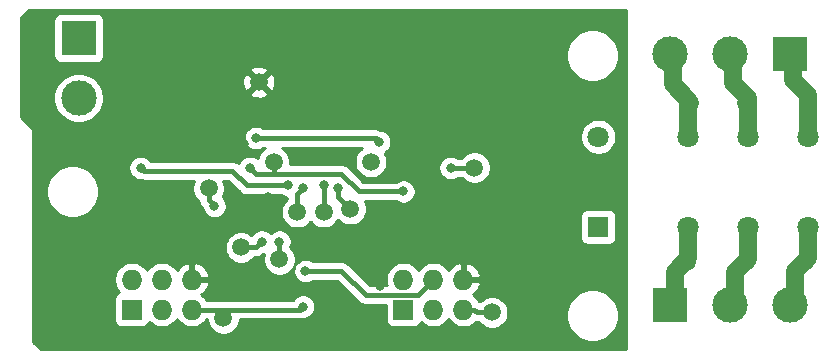
<source format=gbl>
G04 #@! TF.GenerationSoftware,KiCad,Pcbnew,6.0.9-8da3e8f707~116~ubuntu20.04.1*
G04 #@! TF.CreationDate,2023-05-05T17:22:20+00:00*
G04 #@! TF.ProjectId,LEC009002,4c454330-3039-4303-9032-2e6b69636164,rev?*
G04 #@! TF.SameCoordinates,Original*
G04 #@! TF.FileFunction,Copper,L2,Bot*
G04 #@! TF.FilePolarity,Positive*
%FSLAX46Y46*%
G04 Gerber Fmt 4.6, Leading zero omitted, Abs format (unit mm)*
G04 Created by KiCad (PCBNEW 6.0.9-8da3e8f707~116~ubuntu20.04.1) date 2023-05-05 17:22:20*
%MOMM*%
%LPD*%
G01*
G04 APERTURE LIST*
G04 #@! TA.AperFunction,ComponentPad*
%ADD10R,3.000000X3.000000*%
G04 #@! TD*
G04 #@! TA.AperFunction,ComponentPad*
%ADD11C,3.000000*%
G04 #@! TD*
G04 #@! TA.AperFunction,ComponentPad*
%ADD12C,1.800000*%
G04 #@! TD*
G04 #@! TA.AperFunction,ComponentPad*
%ADD13R,1.800000X1.800000*%
G04 #@! TD*
G04 #@! TA.AperFunction,ComponentPad*
%ADD14R,1.727200X1.727200*%
G04 #@! TD*
G04 #@! TA.AperFunction,ComponentPad*
%ADD15O,1.727200X1.727200*%
G04 #@! TD*
G04 #@! TA.AperFunction,SMDPad,CuDef*
%ADD16C,1.500000*%
G04 #@! TD*
G04 #@! TA.AperFunction,ViaPad*
%ADD17C,0.800000*%
G04 #@! TD*
G04 #@! TA.AperFunction,Conductor*
%ADD18C,0.400000*%
G04 #@! TD*
G04 #@! TA.AperFunction,Conductor*
%ADD19C,1.500000*%
G04 #@! TD*
G04 #@! TA.AperFunction,Conductor*
%ADD20C,0.254000*%
G04 #@! TD*
G04 APERTURE END LIST*
D10*
G04 #@! TO.P,J1,1*
G04 #@! TO.N,Net-(D1-Pad3)*
X51500000Y-24000000D03*
D11*
G04 #@! TO.P,J1,2*
G04 #@! TO.N,Net-(D1-Pad4)*
X51500000Y-29080000D03*
G04 #@! TD*
D10*
G04 #@! TO.P,J3,1*
G04 #@! TO.N,/T1*
X111760000Y-25400000D03*
D11*
G04 #@! TO.P,J3,2*
G04 #@! TO.N,/R1*
X106680000Y-25400000D03*
G04 #@! TO.P,J3,3*
G04 #@! TO.N,/C1*
X101600000Y-25400000D03*
G04 #@! TD*
D12*
G04 #@! TO.P,K1,1*
G04 #@! TO.N,+5V*
X95500000Y-32380000D03*
G04 #@! TO.P,K1,4*
G04 #@! TO.N,/C1*
X103120000Y-32380000D03*
G04 #@! TO.P,K1,6*
G04 #@! TO.N,/R1*
X108200000Y-32380000D03*
G04 #@! TO.P,K1,8*
G04 #@! TO.N,/T1*
X113280000Y-32380000D03*
G04 #@! TO.P,K1,9*
G04 #@! TO.N,/T2*
X113280000Y-40000000D03*
G04 #@! TO.P,K1,11*
G04 #@! TO.N,/R2*
X108200000Y-40000000D03*
G04 #@! TO.P,K1,13*
G04 #@! TO.N,/C2*
X103120000Y-40000000D03*
D13*
G04 #@! TO.P,K1,16*
G04 #@! TO.N,Net-(D3-Pad2)*
X95500000Y-40000000D03*
G04 #@! TD*
D14*
G04 #@! TO.P,J6,1*
G04 #@! TO.N,Net-(J6-Pad1)*
X56000000Y-47000000D03*
D15*
G04 #@! TO.P,J6,2*
G04 #@! TO.N,Net-(J6-Pad2)*
X56000000Y-44460000D03*
G04 #@! TO.P,J6,3*
G04 #@! TO.N,Net-(J6-Pad3)*
X58540000Y-47000000D03*
G04 #@! TO.P,J6,4*
G04 #@! TO.N,/IR_SENSOR_2*
X58540000Y-44460000D03*
G04 #@! TO.P,J6,5*
G04 #@! TO.N,/MODE_SENSOR_2*
X61080000Y-47000000D03*
G04 #@! TO.P,J6,6*
G04 #@! TO.N,GND*
X61080000Y-44460000D03*
G04 #@! TD*
D14*
G04 #@! TO.P,J5,1*
G04 #@! TO.N,Net-(J5-Pad1)*
X79000000Y-47000000D03*
D15*
G04 #@! TO.P,J5,2*
G04 #@! TO.N,Net-(J5-Pad2)*
X79000000Y-44460000D03*
G04 #@! TO.P,J5,3*
G04 #@! TO.N,Net-(J5-Pad3)*
X81540000Y-47000000D03*
G04 #@! TO.P,J5,4*
G04 #@! TO.N,/IR_SENSOR*
X81540000Y-44460000D03*
G04 #@! TO.P,J5,5*
G04 #@! TO.N,/MODE_SENSOR_1*
X84080000Y-47000000D03*
G04 #@! TO.P,J5,6*
G04 #@! TO.N,GND*
X84080000Y-44460000D03*
G04 #@! TD*
D10*
G04 #@! TO.P,J4,1*
G04 #@! TO.N,/C2*
X101600000Y-46609000D03*
D11*
G04 #@! TO.P,J4,2*
G04 #@! TO.N,/R2*
X106680000Y-46609000D03*
G04 #@! TO.P,J4,3*
G04 #@! TO.N,/T2*
X111760000Y-46609000D03*
G04 #@! TD*
D16*
G04 #@! TO.P,TP5,1*
G04 #@! TO.N,/MODE_SENSOR_2*
X63750000Y-47750000D03*
G04 #@! TD*
G04 #@! TO.P,TP6,1*
G04 #@! TO.N,/R1*
X108000000Y-29500000D03*
G04 #@! TD*
G04 #@! TO.P,TP7,1*
G04 #@! TO.N,/C1*
X103250000Y-29500000D03*
G04 #@! TD*
G04 #@! TO.P,TP8,1*
G04 #@! TO.N,/T1*
X113250000Y-29500000D03*
G04 #@! TD*
G04 #@! TO.P,TP9,1*
G04 #@! TO.N,/R2*
X108000000Y-43000000D03*
G04 #@! TD*
G04 #@! TO.P,TP10,1*
G04 #@! TO.N,/C2*
X103000000Y-43000000D03*
G04 #@! TD*
G04 #@! TO.P,TP11,1*
G04 #@! TO.N,/IR_SENSOR*
X85000000Y-35000000D03*
G04 #@! TD*
G04 #@! TO.P,TP13,1*
G04 #@! TO.N,/T2*
X113000000Y-43000000D03*
G04 #@! TD*
G04 #@! TO.P,TP14,1*
G04 #@! TO.N,+5V*
X76250000Y-34500000D03*
G04 #@! TD*
G04 #@! TO.P,TP15,1*
G04 #@! TO.N,GND*
X66750000Y-27750000D03*
G04 #@! TD*
G04 #@! TO.P,TP12,1*
G04 #@! TO.N,/IR_SENSOR_2*
X62500000Y-36750000D03*
G04 #@! TD*
G04 #@! TO.P,TP1,1*
G04 #@! TO.N,Net-(TP1-Pad1)*
X74500000Y-38500000D03*
G04 #@! TD*
G04 #@! TO.P,TP2,1*
G04 #@! TO.N,Net-(TP2-Pad1)*
X72250000Y-38750000D03*
G04 #@! TD*
G04 #@! TO.P,TP3,1*
G04 #@! TO.N,/MODE_SENSOR_1*
X86500000Y-47250000D03*
G04 #@! TD*
G04 #@! TO.P,TP4,1*
G04 #@! TO.N,/nRS*
X70000000Y-38750000D03*
G04 #@! TD*
G04 #@! TO.P,TP16,1*
G04 #@! TO.N,/SCK*
X68500000Y-42750000D03*
G04 #@! TD*
G04 #@! TO.P,TP17,1*
G04 #@! TO.N,/MISO*
X65250000Y-41750000D03*
G04 #@! TD*
G04 #@! TO.P,TP18,1*
G04 #@! TO.N,/MOSI-IR_LED*
X68000000Y-34500000D03*
G04 #@! TD*
D17*
G04 #@! TO.N,GND*
X77500000Y-25000000D03*
X88250000Y-41250000D03*
X88000000Y-44000000D03*
X70000000Y-27500000D03*
X92500000Y-30000000D03*
X55000000Y-50000000D03*
X95000000Y-30000000D03*
X85000000Y-22500000D03*
X65000000Y-25000000D03*
X77500000Y-27500000D03*
X64250000Y-45750000D03*
X72500000Y-47500000D03*
X90000000Y-25000000D03*
X50000000Y-32500000D03*
X57500000Y-50000000D03*
X90000000Y-30750000D03*
X52500000Y-50000000D03*
X77500000Y-22500000D03*
X52500000Y-47500000D03*
X82500000Y-22500000D03*
X64500000Y-38750000D03*
X55000000Y-35000000D03*
X77000000Y-31000000D03*
X55000000Y-37500000D03*
X80000000Y-22500000D03*
X77750000Y-42250000D03*
X67500000Y-50000000D03*
X55000000Y-42500000D03*
X80000000Y-25000000D03*
X70000000Y-50000000D03*
X75000000Y-25000000D03*
X65000000Y-45000000D03*
X95000000Y-37500000D03*
X78000000Y-31000000D03*
X65000000Y-50000000D03*
X67500000Y-45000000D03*
X77000000Y-47000000D03*
X88000000Y-46000000D03*
X82500000Y-25000000D03*
X60000000Y-27500000D03*
X60000000Y-25000000D03*
X72750000Y-42500000D03*
X90000000Y-22500000D03*
X95000000Y-35000000D03*
X88250000Y-47750000D03*
X62000000Y-42250000D03*
X52500000Y-32500000D03*
X82500000Y-42500000D03*
X87000000Y-34000000D03*
X80000000Y-27500000D03*
X60000000Y-50000000D03*
X62500000Y-25000000D03*
X85250000Y-31500000D03*
X60000000Y-30000000D03*
X95000000Y-42500000D03*
X85000000Y-27500000D03*
X87000000Y-38750000D03*
X67500000Y-37500000D03*
X92500000Y-22500000D03*
X65500000Y-33000000D03*
X55000000Y-32500000D03*
X50000000Y-42500000D03*
X64500000Y-40000000D03*
X90000000Y-50000000D03*
X52500000Y-45000000D03*
X50000000Y-50000000D03*
X63500000Y-41000000D03*
X57500000Y-25000000D03*
X73250000Y-45000000D03*
X75000000Y-22500000D03*
X85000000Y-25000000D03*
X72500000Y-25000000D03*
X62500000Y-50000000D03*
X55000000Y-40000000D03*
X52500000Y-42500000D03*
X70000000Y-25000000D03*
X75000000Y-42250000D03*
X75000000Y-47000000D03*
X77000000Y-45000000D03*
X77500000Y-30000000D03*
X87500000Y-32500000D03*
X86000000Y-37000000D03*
X65000000Y-27500000D03*
X85000000Y-42500000D03*
X75000000Y-27500000D03*
X65000000Y-37500000D03*
X90000000Y-27500000D03*
G04 #@! TO.N,+5V*
X76500000Y-34500000D03*
X66500000Y-32500000D03*
X76950000Y-32800000D03*
G04 #@! TO.N,/MOSI-IR_LED*
X66000000Y-35000000D03*
X79000000Y-37000000D03*
G04 #@! TO.N,/IR_SENSOR*
X83000000Y-35000000D03*
X70700000Y-43750000D03*
G04 #@! TO.N,/nRS*
X70500000Y-36750000D03*
G04 #@! TO.N,/SCK*
X68500000Y-41250000D03*
G04 #@! TO.N,/MISO*
X67000000Y-41250000D03*
G04 #@! TO.N,/MODE_SENSOR_2*
X70500000Y-46750000D03*
G04 #@! TO.N,/IR_SENSOR_2*
X63000000Y-38250000D03*
G04 #@! TO.N,/IR_LED_2*
X69250000Y-36500000D03*
X56750000Y-35000000D03*
G04 #@! TO.N,Net-(TP1-Pad1)*
X73500000Y-36750000D03*
G04 #@! TO.N,Net-(TP2-Pad1)*
X72250000Y-36500000D03*
G04 #@! TD*
D18*
G04 #@! TO.N,+5V*
X66500000Y-32500000D02*
X76650000Y-32500000D01*
X76650000Y-32500000D02*
X76950000Y-32800000D01*
G04 #@! TO.N,/MOSI-IR_LED*
X73750000Y-35500000D02*
X75250000Y-37000000D01*
X75250000Y-37000000D02*
X79000000Y-37000000D01*
X68000000Y-35500000D02*
X73750000Y-35500000D01*
X68000000Y-34500000D02*
X68000000Y-35500000D01*
X66500000Y-35500000D02*
X68000000Y-35500000D01*
X66000000Y-35000000D02*
X66500000Y-35500000D01*
D19*
G04 #@! TO.N,/C1*
X103120000Y-29220000D02*
X101840000Y-27940000D01*
X101840000Y-25000000D02*
X101840000Y-27940000D01*
X103120000Y-32380000D02*
X103120000Y-29220000D01*
G04 #@! TO.N,/R1*
X108200000Y-32380000D02*
X108200000Y-29100000D01*
X106920000Y-25000000D02*
X106920000Y-27820000D01*
X108200000Y-29100000D02*
X106920000Y-27820000D01*
G04 #@! TO.N,/T1*
X113280000Y-32380000D02*
X113280000Y-28880000D01*
X113280000Y-28880000D02*
X112000000Y-27600000D01*
X112000000Y-25000000D02*
X112000000Y-27600000D01*
G04 #@! TO.N,/T2*
X113280000Y-42620000D02*
X112160000Y-43740000D01*
X112160000Y-47000000D02*
X112160000Y-43740000D01*
X113280000Y-40000000D02*
X113280000Y-42620000D01*
G04 #@! TO.N,/R2*
X107080000Y-47000000D02*
X107080000Y-43820000D01*
X108200000Y-40000000D02*
X108200000Y-42700000D01*
X108200000Y-42700000D02*
X107080000Y-43820000D01*
G04 #@! TO.N,/C2*
X103120000Y-40000000D02*
X103120000Y-42680000D01*
X103120000Y-42680000D02*
X102000000Y-43800000D01*
X102000000Y-47000000D02*
X102000000Y-43800000D01*
D18*
G04 #@! TO.N,/IR_SENSOR*
X77816399Y-45736399D02*
X80263601Y-45736399D01*
X85000000Y-35000000D02*
X83000000Y-35000000D01*
X77752797Y-45800001D02*
X75800001Y-45800001D01*
X73750000Y-43750000D02*
X70700000Y-43750000D01*
X77752797Y-45800001D02*
X77816399Y-45736399D01*
X80263601Y-45736399D02*
X81500000Y-44500000D01*
X75800001Y-45800001D02*
X73750000Y-43750000D01*
G04 #@! TO.N,/nRS*
X70000000Y-37250000D02*
X70500000Y-36750000D01*
X70000000Y-38750000D02*
X70000000Y-37250000D01*
G04 #@! TO.N,/SCK*
X68500000Y-41250000D02*
X68500000Y-42750000D01*
G04 #@! TO.N,/MISO*
X65250000Y-41750000D02*
X66500000Y-41750000D01*
X66500000Y-41750000D02*
X67000000Y-41250000D01*
G04 #@! TO.N,/MODE_SENSOR_1*
X85000000Y-47000000D02*
X85250000Y-47250000D01*
X84080000Y-47000000D02*
X85000000Y-47000000D01*
X86500000Y-47250000D02*
X85250000Y-47250000D01*
G04 #@! TO.N,/MODE_SENSOR_2*
X63250000Y-47000000D02*
X70250000Y-47000000D01*
X63750000Y-47750000D02*
X63750000Y-47500000D01*
X70250000Y-47000000D02*
X70500000Y-46750000D01*
X63750000Y-47500000D02*
X63250000Y-47000000D01*
X61080000Y-47000000D02*
X63250000Y-47000000D01*
G04 #@! TO.N,/IR_SENSOR_2*
X62500000Y-36750000D02*
X62500000Y-37750000D01*
X62500000Y-37750000D02*
X63000000Y-38250000D01*
G04 #@! TO.N,/IR_LED_2*
X64500000Y-35250000D02*
X57000000Y-35250000D01*
X57000000Y-35250000D02*
X56750000Y-35000000D01*
X65750000Y-36500000D02*
X64500000Y-35250000D01*
X69250000Y-36500000D02*
X65750000Y-36500000D01*
G04 #@! TO.N,Net-(TP1-Pad1)*
X73500000Y-37500000D02*
X74500000Y-38500000D01*
X73500000Y-36750000D02*
X73500000Y-37500000D01*
G04 #@! TO.N,Net-(TP2-Pad1)*
X72250000Y-36500000D02*
X72250000Y-38750000D01*
G04 #@! TD*
G04 #@! TO.N,GND*
D20*
X97873000Y-50340000D02*
X48273381Y-50340000D01*
X47660000Y-49726620D01*
X47660000Y-46136400D01*
X54498328Y-46136400D01*
X54498328Y-47863600D01*
X54510588Y-47988082D01*
X54546898Y-48107780D01*
X54605863Y-48218094D01*
X54685215Y-48314785D01*
X54781906Y-48394137D01*
X54892220Y-48453102D01*
X55011918Y-48489412D01*
X55136400Y-48501672D01*
X56863600Y-48501672D01*
X56988082Y-48489412D01*
X57107780Y-48453102D01*
X57218094Y-48394137D01*
X57314785Y-48314785D01*
X57394137Y-48218094D01*
X57453102Y-48107780D01*
X57470636Y-48049977D01*
X57584698Y-48164039D01*
X57830147Y-48328042D01*
X58102875Y-48441010D01*
X58392401Y-48498600D01*
X58687599Y-48498600D01*
X58977125Y-48441010D01*
X59249853Y-48328042D01*
X59495302Y-48164039D01*
X59704039Y-47955302D01*
X59810000Y-47796719D01*
X59915961Y-47955302D01*
X60124698Y-48164039D01*
X60370147Y-48328042D01*
X60642875Y-48441010D01*
X60932401Y-48498600D01*
X61227599Y-48498600D01*
X61517125Y-48441010D01*
X61789853Y-48328042D01*
X62035302Y-48164039D01*
X62244039Y-47955302D01*
X62324422Y-47835000D01*
X62365000Y-47835000D01*
X62365000Y-47886411D01*
X62418225Y-48153989D01*
X62522629Y-48406043D01*
X62674201Y-48632886D01*
X62867114Y-48825799D01*
X63093957Y-48977371D01*
X63346011Y-49081775D01*
X63613589Y-49135000D01*
X63886411Y-49135000D01*
X64153989Y-49081775D01*
X64406043Y-48977371D01*
X64632886Y-48825799D01*
X64825799Y-48632886D01*
X64977371Y-48406043D01*
X65081775Y-48153989D01*
X65135000Y-47886411D01*
X65135000Y-47835000D01*
X70208982Y-47835000D01*
X70250000Y-47839040D01*
X70291018Y-47835000D01*
X70291019Y-47835000D01*
X70413689Y-47822918D01*
X70538688Y-47785000D01*
X70601939Y-47785000D01*
X70801898Y-47745226D01*
X70990256Y-47667205D01*
X71159774Y-47553937D01*
X71303937Y-47409774D01*
X71417205Y-47240256D01*
X71495226Y-47051898D01*
X71535000Y-46851939D01*
X71535000Y-46648061D01*
X71495226Y-46448102D01*
X71417205Y-46259744D01*
X71303937Y-46090226D01*
X71159774Y-45946063D01*
X70990256Y-45832795D01*
X70801898Y-45754774D01*
X70601939Y-45715000D01*
X70398061Y-45715000D01*
X70198102Y-45754774D01*
X70009744Y-45832795D01*
X69840226Y-45946063D01*
X69696063Y-46090226D01*
X69646101Y-46165000D01*
X63291018Y-46165000D01*
X63250000Y-46160960D01*
X63208982Y-46165000D01*
X62324422Y-46165000D01*
X62244039Y-46044698D01*
X62035302Y-45835961D01*
X61874187Y-45728308D01*
X62090293Y-45566854D01*
X62286817Y-45348488D01*
X62436964Y-45095978D01*
X62534963Y-44819027D01*
X62414464Y-44587000D01*
X61207000Y-44587000D01*
X61207000Y-44607000D01*
X60953000Y-44607000D01*
X60953000Y-44587000D01*
X60933000Y-44587000D01*
X60933000Y-44333000D01*
X60953000Y-44333000D01*
X60953000Y-43126183D01*
X61207000Y-43126183D01*
X61207000Y-44333000D01*
X62414464Y-44333000D01*
X62534963Y-44100973D01*
X62436964Y-43824022D01*
X62286817Y-43571512D01*
X62090293Y-43353146D01*
X61854944Y-43177316D01*
X61589814Y-43050778D01*
X61439026Y-43005042D01*
X61207000Y-43126183D01*
X60953000Y-43126183D01*
X60720974Y-43005042D01*
X60570186Y-43050778D01*
X60305056Y-43177316D01*
X60069707Y-43353146D01*
X59873183Y-43571512D01*
X59814559Y-43670103D01*
X59704039Y-43504698D01*
X59495302Y-43295961D01*
X59249853Y-43131958D01*
X58977125Y-43018990D01*
X58687599Y-42961400D01*
X58392401Y-42961400D01*
X58102875Y-43018990D01*
X57830147Y-43131958D01*
X57584698Y-43295961D01*
X57375961Y-43504698D01*
X57270000Y-43663281D01*
X57164039Y-43504698D01*
X56955302Y-43295961D01*
X56709853Y-43131958D01*
X56437125Y-43018990D01*
X56147599Y-42961400D01*
X55852401Y-42961400D01*
X55562875Y-43018990D01*
X55290147Y-43131958D01*
X55044698Y-43295961D01*
X54835961Y-43504698D01*
X54671958Y-43750147D01*
X54558990Y-44022875D01*
X54501400Y-44312401D01*
X54501400Y-44607599D01*
X54558990Y-44897125D01*
X54671958Y-45169853D01*
X54835961Y-45415302D01*
X54950023Y-45529364D01*
X54892220Y-45546898D01*
X54781906Y-45605863D01*
X54685215Y-45685215D01*
X54605863Y-45781906D01*
X54546898Y-45892220D01*
X54510588Y-46011918D01*
X54498328Y-46136400D01*
X47660000Y-46136400D01*
X47660000Y-41613589D01*
X63865000Y-41613589D01*
X63865000Y-41886411D01*
X63918225Y-42153989D01*
X64022629Y-42406043D01*
X64174201Y-42632886D01*
X64367114Y-42825799D01*
X64593957Y-42977371D01*
X64846011Y-43081775D01*
X65113589Y-43135000D01*
X65386411Y-43135000D01*
X65653989Y-43081775D01*
X65906043Y-42977371D01*
X66132886Y-42825799D01*
X66325799Y-42632886D01*
X66357795Y-42585000D01*
X66458982Y-42585000D01*
X66500000Y-42589040D01*
X66541018Y-42585000D01*
X66541019Y-42585000D01*
X66663689Y-42572918D01*
X66821087Y-42525172D01*
X66966146Y-42447636D01*
X67093291Y-42343291D01*
X67119445Y-42311422D01*
X67156775Y-42274093D01*
X67201717Y-42265153D01*
X67168225Y-42346011D01*
X67115000Y-42613589D01*
X67115000Y-42886411D01*
X67168225Y-43153989D01*
X67272629Y-43406043D01*
X67424201Y-43632886D01*
X67617114Y-43825799D01*
X67843957Y-43977371D01*
X68096011Y-44081775D01*
X68363589Y-44135000D01*
X68636411Y-44135000D01*
X68903989Y-44081775D01*
X69156043Y-43977371D01*
X69382886Y-43825799D01*
X69575799Y-43632886D01*
X69713754Y-43426422D01*
X69704774Y-43448102D01*
X69665000Y-43648061D01*
X69665000Y-43851939D01*
X69704774Y-44051898D01*
X69782795Y-44240256D01*
X69896063Y-44409774D01*
X70040226Y-44553937D01*
X70209744Y-44667205D01*
X70398102Y-44745226D01*
X70598061Y-44785000D01*
X70801939Y-44785000D01*
X71001898Y-44745226D01*
X71190256Y-44667205D01*
X71313285Y-44585000D01*
X73404133Y-44585000D01*
X75180560Y-46361428D01*
X75206710Y-46393292D01*
X75333855Y-46497637D01*
X75478914Y-46575173D01*
X75636312Y-46622919D01*
X75758982Y-46635001D01*
X75758984Y-46635001D01*
X75800000Y-46639041D01*
X75841016Y-46635001D01*
X77498328Y-46635001D01*
X77498328Y-47863600D01*
X77510588Y-47988082D01*
X77546898Y-48107780D01*
X77605863Y-48218094D01*
X77685215Y-48314785D01*
X77781906Y-48394137D01*
X77892220Y-48453102D01*
X78011918Y-48489412D01*
X78136400Y-48501672D01*
X79863600Y-48501672D01*
X79988082Y-48489412D01*
X80107780Y-48453102D01*
X80218094Y-48394137D01*
X80314785Y-48314785D01*
X80394137Y-48218094D01*
X80453102Y-48107780D01*
X80470636Y-48049977D01*
X80584698Y-48164039D01*
X80830147Y-48328042D01*
X81102875Y-48441010D01*
X81392401Y-48498600D01*
X81687599Y-48498600D01*
X81977125Y-48441010D01*
X82249853Y-48328042D01*
X82495302Y-48164039D01*
X82704039Y-47955302D01*
X82810000Y-47796719D01*
X82915961Y-47955302D01*
X83124698Y-48164039D01*
X83370147Y-48328042D01*
X83642875Y-48441010D01*
X83932401Y-48498600D01*
X84227599Y-48498600D01*
X84517125Y-48441010D01*
X84789853Y-48328042D01*
X85035302Y-48164039D01*
X85122827Y-48076514D01*
X85208981Y-48085000D01*
X85208991Y-48085000D01*
X85249999Y-48089039D01*
X85291007Y-48085000D01*
X85392205Y-48085000D01*
X85424201Y-48132886D01*
X85617114Y-48325799D01*
X85843957Y-48477371D01*
X86096011Y-48581775D01*
X86363589Y-48635000D01*
X86636411Y-48635000D01*
X86903989Y-48581775D01*
X87156043Y-48477371D01*
X87382886Y-48325799D01*
X87575799Y-48132886D01*
X87727371Y-47906043D01*
X87831775Y-47653989D01*
X87885000Y-47386411D01*
X87885000Y-47279872D01*
X92765000Y-47279872D01*
X92765000Y-47720128D01*
X92850890Y-48151925D01*
X93019369Y-48558669D01*
X93263962Y-48924729D01*
X93575271Y-49236038D01*
X93941331Y-49480631D01*
X94348075Y-49649110D01*
X94779872Y-49735000D01*
X95220128Y-49735000D01*
X95651925Y-49649110D01*
X96058669Y-49480631D01*
X96424729Y-49236038D01*
X96736038Y-48924729D01*
X96980631Y-48558669D01*
X97149110Y-48151925D01*
X97235000Y-47720128D01*
X97235000Y-47279872D01*
X97149110Y-46848075D01*
X96980631Y-46441331D01*
X96736038Y-46075271D01*
X96424729Y-45763962D01*
X96058669Y-45519369D01*
X95651925Y-45350890D01*
X95220128Y-45265000D01*
X94779872Y-45265000D01*
X94348075Y-45350890D01*
X93941331Y-45519369D01*
X93575271Y-45763962D01*
X93263962Y-46075271D01*
X93019369Y-46441331D01*
X92850890Y-46848075D01*
X92765000Y-47279872D01*
X87885000Y-47279872D01*
X87885000Y-47113589D01*
X87831775Y-46846011D01*
X87727371Y-46593957D01*
X87575799Y-46367114D01*
X87382886Y-46174201D01*
X87156043Y-46022629D01*
X86903989Y-45918225D01*
X86636411Y-45865000D01*
X86363589Y-45865000D01*
X86096011Y-45918225D01*
X85843957Y-46022629D01*
X85617114Y-46174201D01*
X85478672Y-46312643D01*
X85466146Y-46302364D01*
X85388459Y-46260839D01*
X85244039Y-46044698D01*
X85035302Y-45835961D01*
X84874187Y-45728308D01*
X85090293Y-45566854D01*
X85286817Y-45348488D01*
X85436964Y-45095978D01*
X85534963Y-44819027D01*
X85414464Y-44587000D01*
X84207000Y-44587000D01*
X84207000Y-44607000D01*
X83953000Y-44607000D01*
X83953000Y-44587000D01*
X83933000Y-44587000D01*
X83933000Y-44333000D01*
X83953000Y-44333000D01*
X83953000Y-43126183D01*
X84207000Y-43126183D01*
X84207000Y-44333000D01*
X85414464Y-44333000D01*
X85534963Y-44100973D01*
X85436964Y-43824022D01*
X85286817Y-43571512D01*
X85090293Y-43353146D01*
X84854944Y-43177316D01*
X84589814Y-43050778D01*
X84439026Y-43005042D01*
X84207000Y-43126183D01*
X83953000Y-43126183D01*
X83720974Y-43005042D01*
X83570186Y-43050778D01*
X83305056Y-43177316D01*
X83069707Y-43353146D01*
X82873183Y-43571512D01*
X82814559Y-43670103D01*
X82704039Y-43504698D01*
X82495302Y-43295961D01*
X82249853Y-43131958D01*
X81977125Y-43018990D01*
X81687599Y-42961400D01*
X81392401Y-42961400D01*
X81102875Y-43018990D01*
X80830147Y-43131958D01*
X80584698Y-43295961D01*
X80375961Y-43504698D01*
X80270000Y-43663281D01*
X80164039Y-43504698D01*
X79955302Y-43295961D01*
X79709853Y-43131958D01*
X79437125Y-43018990D01*
X79147599Y-42961400D01*
X78852401Y-42961400D01*
X78562875Y-43018990D01*
X78290147Y-43131958D01*
X78044698Y-43295961D01*
X77835961Y-43504698D01*
X77671958Y-43750147D01*
X77558990Y-44022875D01*
X77501400Y-44312401D01*
X77501400Y-44607599D01*
X77558990Y-44897125D01*
X77575470Y-44936911D01*
X77495312Y-44961227D01*
X77488251Y-44965001D01*
X76145869Y-44965001D01*
X74369446Y-43188579D01*
X74343291Y-43156709D01*
X74216146Y-43052364D01*
X74071087Y-42974828D01*
X73913689Y-42927082D01*
X73791019Y-42915000D01*
X73791018Y-42915000D01*
X73750000Y-42910960D01*
X73708982Y-42915000D01*
X71313285Y-42915000D01*
X71190256Y-42832795D01*
X71001898Y-42754774D01*
X70801939Y-42715000D01*
X70598061Y-42715000D01*
X70398102Y-42754774D01*
X70209744Y-42832795D01*
X70040226Y-42946063D01*
X69896063Y-43090226D01*
X69796410Y-43239367D01*
X69831775Y-43153989D01*
X69885000Y-42886411D01*
X69885000Y-42613589D01*
X69831775Y-42346011D01*
X69727371Y-42093957D01*
X69575799Y-41867114D01*
X69426500Y-41717815D01*
X69495226Y-41551898D01*
X69535000Y-41351939D01*
X69535000Y-41148061D01*
X69495226Y-40948102D01*
X69417205Y-40759744D01*
X69303937Y-40590226D01*
X69159774Y-40446063D01*
X68990256Y-40332795D01*
X68801898Y-40254774D01*
X68601939Y-40215000D01*
X68398061Y-40215000D01*
X68198102Y-40254774D01*
X68009744Y-40332795D01*
X67840226Y-40446063D01*
X67750000Y-40536289D01*
X67659774Y-40446063D01*
X67490256Y-40332795D01*
X67301898Y-40254774D01*
X67101939Y-40215000D01*
X66898061Y-40215000D01*
X66698102Y-40254774D01*
X66509744Y-40332795D01*
X66340226Y-40446063D01*
X66196063Y-40590226D01*
X66137122Y-40678437D01*
X66132886Y-40674201D01*
X65906043Y-40522629D01*
X65653989Y-40418225D01*
X65386411Y-40365000D01*
X65113589Y-40365000D01*
X64846011Y-40418225D01*
X64593957Y-40522629D01*
X64367114Y-40674201D01*
X64174201Y-40867114D01*
X64022629Y-41093957D01*
X63918225Y-41346011D01*
X63865000Y-41613589D01*
X47660000Y-41613589D01*
X47660000Y-36779872D01*
X48765000Y-36779872D01*
X48765000Y-37220128D01*
X48850890Y-37651925D01*
X49019369Y-38058669D01*
X49263962Y-38424729D01*
X49575271Y-38736038D01*
X49941331Y-38980631D01*
X50348075Y-39149110D01*
X50779872Y-39235000D01*
X51220128Y-39235000D01*
X51651925Y-39149110D01*
X52058669Y-38980631D01*
X52424729Y-38736038D01*
X52736038Y-38424729D01*
X52980631Y-38058669D01*
X53149110Y-37651925D01*
X53235000Y-37220128D01*
X53235000Y-36779872D01*
X53149110Y-36348075D01*
X52980631Y-35941331D01*
X52736038Y-35575271D01*
X52424729Y-35263962D01*
X52058669Y-35019369D01*
X51765806Y-34898061D01*
X55715000Y-34898061D01*
X55715000Y-35101939D01*
X55754774Y-35301898D01*
X55832795Y-35490256D01*
X55946063Y-35659774D01*
X56090226Y-35803937D01*
X56259744Y-35917205D01*
X56448102Y-35995226D01*
X56648061Y-36035000D01*
X56711312Y-36035000D01*
X56836311Y-36072918D01*
X56958981Y-36085000D01*
X56958991Y-36085000D01*
X56999999Y-36089039D01*
X57041007Y-36085000D01*
X61278614Y-36085000D01*
X61272629Y-36093957D01*
X61168225Y-36346011D01*
X61115000Y-36613589D01*
X61115000Y-36886411D01*
X61168225Y-37153989D01*
X61272629Y-37406043D01*
X61424201Y-37632886D01*
X61617114Y-37825799D01*
X61672040Y-37862500D01*
X61677082Y-37913688D01*
X61724828Y-38071086D01*
X61782463Y-38178913D01*
X61802365Y-38216146D01*
X61906710Y-38343291D01*
X61938574Y-38369441D01*
X61975907Y-38406775D01*
X62004774Y-38551898D01*
X62082795Y-38740256D01*
X62196063Y-38909774D01*
X62340226Y-39053937D01*
X62509744Y-39167205D01*
X62698102Y-39245226D01*
X62898061Y-39285000D01*
X63101939Y-39285000D01*
X63301898Y-39245226D01*
X63490256Y-39167205D01*
X63659774Y-39053937D01*
X63803937Y-38909774D01*
X63917205Y-38740256D01*
X63995226Y-38551898D01*
X64035000Y-38351939D01*
X64035000Y-38148061D01*
X63995226Y-37948102D01*
X63917205Y-37759744D01*
X63803937Y-37590226D01*
X63684266Y-37470555D01*
X63727371Y-37406043D01*
X63831775Y-37153989D01*
X63885000Y-36886411D01*
X63885000Y-36613589D01*
X63831775Y-36346011D01*
X63727371Y-36093957D01*
X63721386Y-36085000D01*
X64154133Y-36085000D01*
X65130563Y-37061432D01*
X65156709Y-37093291D01*
X65188568Y-37119437D01*
X65188570Y-37119439D01*
X65261041Y-37178914D01*
X65283854Y-37197636D01*
X65428913Y-37275172D01*
X65586311Y-37322918D01*
X65686594Y-37332795D01*
X65750000Y-37339040D01*
X65791018Y-37335000D01*
X68636715Y-37335000D01*
X68759744Y-37417205D01*
X68948102Y-37495226D01*
X69148061Y-37535000D01*
X69165001Y-37535000D01*
X69165001Y-37642204D01*
X69117114Y-37674201D01*
X68924201Y-37867114D01*
X68772629Y-38093957D01*
X68668225Y-38346011D01*
X68615000Y-38613589D01*
X68615000Y-38886411D01*
X68668225Y-39153989D01*
X68772629Y-39406043D01*
X68924201Y-39632886D01*
X69117114Y-39825799D01*
X69343957Y-39977371D01*
X69596011Y-40081775D01*
X69863589Y-40135000D01*
X70136411Y-40135000D01*
X70403989Y-40081775D01*
X70656043Y-39977371D01*
X70882886Y-39825799D01*
X71075799Y-39632886D01*
X71125000Y-39559252D01*
X71174201Y-39632886D01*
X71367114Y-39825799D01*
X71593957Y-39977371D01*
X71846011Y-40081775D01*
X72113589Y-40135000D01*
X72386411Y-40135000D01*
X72653989Y-40081775D01*
X72906043Y-39977371D01*
X73132886Y-39825799D01*
X73325799Y-39632886D01*
X73465349Y-39424034D01*
X73617114Y-39575799D01*
X73843957Y-39727371D01*
X74096011Y-39831775D01*
X74363589Y-39885000D01*
X74636411Y-39885000D01*
X74903989Y-39831775D01*
X75156043Y-39727371D01*
X75382886Y-39575799D01*
X75575799Y-39382886D01*
X75727371Y-39156043D01*
X75750584Y-39100000D01*
X93961928Y-39100000D01*
X93961928Y-40900000D01*
X93974188Y-41024482D01*
X94010498Y-41144180D01*
X94069463Y-41254494D01*
X94148815Y-41351185D01*
X94245506Y-41430537D01*
X94355820Y-41489502D01*
X94475518Y-41525812D01*
X94600000Y-41538072D01*
X96400000Y-41538072D01*
X96524482Y-41525812D01*
X96644180Y-41489502D01*
X96754494Y-41430537D01*
X96851185Y-41351185D01*
X96930537Y-41254494D01*
X96989502Y-41144180D01*
X97025812Y-41024482D01*
X97038072Y-40900000D01*
X97038072Y-39100000D01*
X97025812Y-38975518D01*
X96989502Y-38855820D01*
X96930537Y-38745506D01*
X96851185Y-38648815D01*
X96754494Y-38569463D01*
X96644180Y-38510498D01*
X96524482Y-38474188D01*
X96400000Y-38461928D01*
X94600000Y-38461928D01*
X94475518Y-38474188D01*
X94355820Y-38510498D01*
X94245506Y-38569463D01*
X94148815Y-38648815D01*
X94069463Y-38745506D01*
X94010498Y-38855820D01*
X93974188Y-38975518D01*
X93961928Y-39100000D01*
X75750584Y-39100000D01*
X75831775Y-38903989D01*
X75885000Y-38636411D01*
X75885000Y-38363589D01*
X75831775Y-38096011D01*
X75727371Y-37843957D01*
X75721386Y-37835000D01*
X78386715Y-37835000D01*
X78509744Y-37917205D01*
X78698102Y-37995226D01*
X78898061Y-38035000D01*
X79101939Y-38035000D01*
X79301898Y-37995226D01*
X79490256Y-37917205D01*
X79659774Y-37803937D01*
X79803937Y-37659774D01*
X79917205Y-37490256D01*
X79995226Y-37301898D01*
X80035000Y-37101939D01*
X80035000Y-36898061D01*
X79995226Y-36698102D01*
X79917205Y-36509744D01*
X79803937Y-36340226D01*
X79659774Y-36196063D01*
X79490256Y-36082795D01*
X79301898Y-36004774D01*
X79101939Y-35965000D01*
X78898061Y-35965000D01*
X78698102Y-36004774D01*
X78509744Y-36082795D01*
X78386715Y-36165000D01*
X75595868Y-36165000D01*
X74369446Y-34938579D01*
X74343291Y-34906709D01*
X74216146Y-34802364D01*
X74071087Y-34724828D01*
X73913689Y-34677082D01*
X73791019Y-34665000D01*
X73791018Y-34665000D01*
X73750000Y-34660960D01*
X73708982Y-34665000D01*
X69379313Y-34665000D01*
X69385000Y-34636411D01*
X69385000Y-34363589D01*
X69331775Y-34096011D01*
X69227371Y-33843957D01*
X69075799Y-33617114D01*
X68882886Y-33424201D01*
X68749388Y-33335000D01*
X75500612Y-33335000D01*
X75367114Y-33424201D01*
X75174201Y-33617114D01*
X75022629Y-33843957D01*
X74918225Y-34096011D01*
X74865000Y-34363589D01*
X74865000Y-34636411D01*
X74918225Y-34903989D01*
X75022629Y-35156043D01*
X75174201Y-35382886D01*
X75367114Y-35575799D01*
X75593957Y-35727371D01*
X75846011Y-35831775D01*
X76113589Y-35885000D01*
X76386411Y-35885000D01*
X76653989Y-35831775D01*
X76906043Y-35727371D01*
X77132886Y-35575799D01*
X77325799Y-35382886D01*
X77477371Y-35156043D01*
X77581775Y-34903989D01*
X77582954Y-34898061D01*
X81965000Y-34898061D01*
X81965000Y-35101939D01*
X82004774Y-35301898D01*
X82082795Y-35490256D01*
X82196063Y-35659774D01*
X82340226Y-35803937D01*
X82509744Y-35917205D01*
X82698102Y-35995226D01*
X82898061Y-36035000D01*
X83101939Y-36035000D01*
X83301898Y-35995226D01*
X83490256Y-35917205D01*
X83613285Y-35835000D01*
X83892205Y-35835000D01*
X83924201Y-35882886D01*
X84117114Y-36075799D01*
X84343957Y-36227371D01*
X84596011Y-36331775D01*
X84863589Y-36385000D01*
X85136411Y-36385000D01*
X85403989Y-36331775D01*
X85656043Y-36227371D01*
X85882886Y-36075799D01*
X86075799Y-35882886D01*
X86227371Y-35656043D01*
X86331775Y-35403989D01*
X86385000Y-35136411D01*
X86385000Y-34863589D01*
X86331775Y-34596011D01*
X86227371Y-34343957D01*
X86075799Y-34117114D01*
X85882886Y-33924201D01*
X85656043Y-33772629D01*
X85403989Y-33668225D01*
X85136411Y-33615000D01*
X84863589Y-33615000D01*
X84596011Y-33668225D01*
X84343957Y-33772629D01*
X84117114Y-33924201D01*
X83924201Y-34117114D01*
X83892205Y-34165000D01*
X83613285Y-34165000D01*
X83490256Y-34082795D01*
X83301898Y-34004774D01*
X83101939Y-33965000D01*
X82898061Y-33965000D01*
X82698102Y-34004774D01*
X82509744Y-34082795D01*
X82340226Y-34196063D01*
X82196063Y-34340226D01*
X82082795Y-34509744D01*
X82004774Y-34698102D01*
X81965000Y-34898061D01*
X77582954Y-34898061D01*
X77635000Y-34636411D01*
X77635000Y-34363589D01*
X77581775Y-34096011D01*
X77477371Y-33843957D01*
X77402992Y-33732641D01*
X77440256Y-33717205D01*
X77609774Y-33603937D01*
X77753937Y-33459774D01*
X77867205Y-33290256D01*
X77945226Y-33101898D01*
X77985000Y-32901939D01*
X77985000Y-32698061D01*
X77945226Y-32498102D01*
X77867205Y-32309744D01*
X77813131Y-32228816D01*
X93965000Y-32228816D01*
X93965000Y-32531184D01*
X94023989Y-32827743D01*
X94139701Y-33107095D01*
X94307688Y-33358505D01*
X94521495Y-33572312D01*
X94772905Y-33740299D01*
X95052257Y-33856011D01*
X95348816Y-33915000D01*
X95651184Y-33915000D01*
X95947743Y-33856011D01*
X96227095Y-33740299D01*
X96478505Y-33572312D01*
X96692312Y-33358505D01*
X96860299Y-33107095D01*
X96976011Y-32827743D01*
X97035000Y-32531184D01*
X97035000Y-32228816D01*
X96976011Y-31932257D01*
X96860299Y-31652905D01*
X96692312Y-31401495D01*
X96478505Y-31187688D01*
X96227095Y-31019701D01*
X95947743Y-30903989D01*
X95651184Y-30845000D01*
X95348816Y-30845000D01*
X95052257Y-30903989D01*
X94772905Y-31019701D01*
X94521495Y-31187688D01*
X94307688Y-31401495D01*
X94139701Y-31652905D01*
X94023989Y-31932257D01*
X93965000Y-32228816D01*
X77813131Y-32228816D01*
X77753937Y-32140226D01*
X77609774Y-31996063D01*
X77440256Y-31882795D01*
X77251898Y-31804774D01*
X77051939Y-31765000D01*
X77046243Y-31765000D01*
X76971087Y-31724828D01*
X76813689Y-31677082D01*
X76691019Y-31665000D01*
X76691018Y-31665000D01*
X76650000Y-31660960D01*
X76608982Y-31665000D01*
X67113285Y-31665000D01*
X66990256Y-31582795D01*
X66801898Y-31504774D01*
X66601939Y-31465000D01*
X66398061Y-31465000D01*
X66198102Y-31504774D01*
X66009744Y-31582795D01*
X65840226Y-31696063D01*
X65696063Y-31840226D01*
X65582795Y-32009744D01*
X65504774Y-32198102D01*
X65465000Y-32398061D01*
X65465000Y-32601939D01*
X65504774Y-32801898D01*
X65582795Y-32990256D01*
X65696063Y-33159774D01*
X65840226Y-33303937D01*
X66009744Y-33417205D01*
X66198102Y-33495226D01*
X66398061Y-33535000D01*
X66601939Y-33535000D01*
X66801898Y-33495226D01*
X66990256Y-33417205D01*
X67113285Y-33335000D01*
X67250612Y-33335000D01*
X67117114Y-33424201D01*
X66924201Y-33617114D01*
X66772629Y-33843957D01*
X66668225Y-34096011D01*
X66649667Y-34189309D01*
X66490256Y-34082795D01*
X66301898Y-34004774D01*
X66101939Y-33965000D01*
X65898061Y-33965000D01*
X65698102Y-34004774D01*
X65509744Y-34082795D01*
X65340226Y-34196063D01*
X65196063Y-34340226D01*
X65082795Y-34509744D01*
X65040026Y-34612996D01*
X64966146Y-34552364D01*
X64821087Y-34474828D01*
X64663689Y-34427082D01*
X64541019Y-34415000D01*
X64541018Y-34415000D01*
X64500000Y-34410960D01*
X64458982Y-34415000D01*
X57603899Y-34415000D01*
X57553937Y-34340226D01*
X57409774Y-34196063D01*
X57240256Y-34082795D01*
X57051898Y-34004774D01*
X56851939Y-33965000D01*
X56648061Y-33965000D01*
X56448102Y-34004774D01*
X56259744Y-34082795D01*
X56090226Y-34196063D01*
X55946063Y-34340226D01*
X55832795Y-34509744D01*
X55754774Y-34698102D01*
X55715000Y-34898061D01*
X51765806Y-34898061D01*
X51651925Y-34850890D01*
X51220128Y-34765000D01*
X50779872Y-34765000D01*
X50348075Y-34850890D01*
X49941331Y-35019369D01*
X49575271Y-35263962D01*
X49263962Y-35575271D01*
X49019369Y-35941331D01*
X48850890Y-36348075D01*
X48765000Y-36779872D01*
X47660000Y-36779872D01*
X47660000Y-32032412D01*
X47663192Y-32000000D01*
X47660000Y-31967588D01*
X47660000Y-31967581D01*
X47650450Y-31870617D01*
X47612710Y-31746207D01*
X47551425Y-31631550D01*
X47468948Y-31531052D01*
X47443770Y-31510389D01*
X46660000Y-30726620D01*
X46660000Y-28869721D01*
X49365000Y-28869721D01*
X49365000Y-29290279D01*
X49447047Y-29702756D01*
X49607988Y-30091302D01*
X49841637Y-30440983D01*
X50139017Y-30738363D01*
X50488698Y-30972012D01*
X50877244Y-31132953D01*
X51289721Y-31215000D01*
X51710279Y-31215000D01*
X52122756Y-31132953D01*
X52511302Y-30972012D01*
X52860983Y-30738363D01*
X53158363Y-30440983D01*
X53392012Y-30091302D01*
X53552953Y-29702756D01*
X53635000Y-29290279D01*
X53635000Y-28869721D01*
X53602632Y-28706993D01*
X65972612Y-28706993D01*
X66038137Y-28945860D01*
X66285116Y-29061760D01*
X66549960Y-29127250D01*
X66822492Y-29139812D01*
X67092238Y-29098965D01*
X67348832Y-29006277D01*
X67461863Y-28945860D01*
X67527388Y-28706993D01*
X66750000Y-27929605D01*
X65972612Y-28706993D01*
X53602632Y-28706993D01*
X53552953Y-28457244D01*
X53392012Y-28068698D01*
X53227503Y-27822492D01*
X65360188Y-27822492D01*
X65401035Y-28092238D01*
X65493723Y-28348832D01*
X65554140Y-28461863D01*
X65793007Y-28527388D01*
X66570395Y-27750000D01*
X66929605Y-27750000D01*
X67706993Y-28527388D01*
X67945860Y-28461863D01*
X68061760Y-28214884D01*
X68127250Y-27950040D01*
X68139812Y-27677508D01*
X68098965Y-27407762D01*
X68006277Y-27151168D01*
X67945860Y-27038137D01*
X67706993Y-26972612D01*
X66929605Y-27750000D01*
X66570395Y-27750000D01*
X65793007Y-26972612D01*
X65554140Y-27038137D01*
X65438240Y-27285116D01*
X65372750Y-27549960D01*
X65360188Y-27822492D01*
X53227503Y-27822492D01*
X53158363Y-27719017D01*
X52860983Y-27421637D01*
X52511302Y-27187988D01*
X52122756Y-27027047D01*
X51710279Y-26945000D01*
X51289721Y-26945000D01*
X50877244Y-27027047D01*
X50488698Y-27187988D01*
X50139017Y-27421637D01*
X49841637Y-27719017D01*
X49607988Y-28068698D01*
X49447047Y-28457244D01*
X49365000Y-28869721D01*
X46660000Y-28869721D01*
X46660000Y-26793007D01*
X65972612Y-26793007D01*
X66750000Y-27570395D01*
X67527388Y-26793007D01*
X67461863Y-26554140D01*
X67214884Y-26438240D01*
X66950040Y-26372750D01*
X66677508Y-26360188D01*
X66407762Y-26401035D01*
X66151168Y-26493723D01*
X66038137Y-26554140D01*
X65972612Y-26793007D01*
X46660000Y-26793007D01*
X46660000Y-22500000D01*
X49361928Y-22500000D01*
X49361928Y-25500000D01*
X49374188Y-25624482D01*
X49410498Y-25744180D01*
X49469463Y-25854494D01*
X49548815Y-25951185D01*
X49645506Y-26030537D01*
X49755820Y-26089502D01*
X49875518Y-26125812D01*
X50000000Y-26138072D01*
X53000000Y-26138072D01*
X53124482Y-26125812D01*
X53244180Y-26089502D01*
X53354494Y-26030537D01*
X53451185Y-25951185D01*
X53530537Y-25854494D01*
X53589502Y-25744180D01*
X53625812Y-25624482D01*
X53638072Y-25500000D01*
X53638072Y-25279872D01*
X92765000Y-25279872D01*
X92765000Y-25720128D01*
X92850890Y-26151925D01*
X93019369Y-26558669D01*
X93263962Y-26924729D01*
X93575271Y-27236038D01*
X93941331Y-27480631D01*
X94348075Y-27649110D01*
X94779872Y-27735000D01*
X95220128Y-27735000D01*
X95651925Y-27649110D01*
X96058669Y-27480631D01*
X96424729Y-27236038D01*
X96736038Y-26924729D01*
X96980631Y-26558669D01*
X97149110Y-26151925D01*
X97235000Y-25720128D01*
X97235000Y-25279872D01*
X97149110Y-24848075D01*
X96980631Y-24441331D01*
X96736038Y-24075271D01*
X96424729Y-23763962D01*
X96058669Y-23519369D01*
X95651925Y-23350890D01*
X95220128Y-23265000D01*
X94779872Y-23265000D01*
X94348075Y-23350890D01*
X93941331Y-23519369D01*
X93575271Y-23763962D01*
X93263962Y-24075271D01*
X93019369Y-24441331D01*
X92850890Y-24848075D01*
X92765000Y-25279872D01*
X53638072Y-25279872D01*
X53638072Y-22500000D01*
X53625812Y-22375518D01*
X53589502Y-22255820D01*
X53530537Y-22145506D01*
X53451185Y-22048815D01*
X53354494Y-21969463D01*
X53244180Y-21910498D01*
X53124482Y-21874188D01*
X53000000Y-21861928D01*
X50000000Y-21861928D01*
X49875518Y-21874188D01*
X49755820Y-21910498D01*
X49645506Y-21969463D01*
X49548815Y-22048815D01*
X49469463Y-22145506D01*
X49410498Y-22255820D01*
X49374188Y-22375518D01*
X49361928Y-22500000D01*
X46660000Y-22500000D01*
X46660000Y-22273380D01*
X47273381Y-21660000D01*
X97873000Y-21660000D01*
X97873000Y-50340000D01*
X97873000Y-50340000D02*
X97873000Y-21660000D01*
G04 #@! TA.AperFunction,Conductor*
G36*
X97873000Y-50340000D02*
G01*
X48273381Y-50340000D01*
X47660000Y-49726620D01*
X47660000Y-46136400D01*
X54498328Y-46136400D01*
X54498328Y-47863600D01*
X54510588Y-47988082D01*
X54546898Y-48107780D01*
X54605863Y-48218094D01*
X54685215Y-48314785D01*
X54781906Y-48394137D01*
X54892220Y-48453102D01*
X55011918Y-48489412D01*
X55136400Y-48501672D01*
X56863600Y-48501672D01*
X56988082Y-48489412D01*
X57107780Y-48453102D01*
X57218094Y-48394137D01*
X57314785Y-48314785D01*
X57394137Y-48218094D01*
X57453102Y-48107780D01*
X57470636Y-48049977D01*
X57584698Y-48164039D01*
X57830147Y-48328042D01*
X58102875Y-48441010D01*
X58392401Y-48498600D01*
X58687599Y-48498600D01*
X58977125Y-48441010D01*
X59249853Y-48328042D01*
X59495302Y-48164039D01*
X59704039Y-47955302D01*
X59810000Y-47796719D01*
X59915961Y-47955302D01*
X60124698Y-48164039D01*
X60370147Y-48328042D01*
X60642875Y-48441010D01*
X60932401Y-48498600D01*
X61227599Y-48498600D01*
X61517125Y-48441010D01*
X61789853Y-48328042D01*
X62035302Y-48164039D01*
X62244039Y-47955302D01*
X62324422Y-47835000D01*
X62365000Y-47835000D01*
X62365000Y-47886411D01*
X62418225Y-48153989D01*
X62522629Y-48406043D01*
X62674201Y-48632886D01*
X62867114Y-48825799D01*
X63093957Y-48977371D01*
X63346011Y-49081775D01*
X63613589Y-49135000D01*
X63886411Y-49135000D01*
X64153989Y-49081775D01*
X64406043Y-48977371D01*
X64632886Y-48825799D01*
X64825799Y-48632886D01*
X64977371Y-48406043D01*
X65081775Y-48153989D01*
X65135000Y-47886411D01*
X65135000Y-47835000D01*
X70208982Y-47835000D01*
X70250000Y-47839040D01*
X70291018Y-47835000D01*
X70291019Y-47835000D01*
X70413689Y-47822918D01*
X70538688Y-47785000D01*
X70601939Y-47785000D01*
X70801898Y-47745226D01*
X70990256Y-47667205D01*
X71159774Y-47553937D01*
X71303937Y-47409774D01*
X71417205Y-47240256D01*
X71495226Y-47051898D01*
X71535000Y-46851939D01*
X71535000Y-46648061D01*
X71495226Y-46448102D01*
X71417205Y-46259744D01*
X71303937Y-46090226D01*
X71159774Y-45946063D01*
X70990256Y-45832795D01*
X70801898Y-45754774D01*
X70601939Y-45715000D01*
X70398061Y-45715000D01*
X70198102Y-45754774D01*
X70009744Y-45832795D01*
X69840226Y-45946063D01*
X69696063Y-46090226D01*
X69646101Y-46165000D01*
X63291018Y-46165000D01*
X63250000Y-46160960D01*
X63208982Y-46165000D01*
X62324422Y-46165000D01*
X62244039Y-46044698D01*
X62035302Y-45835961D01*
X61874187Y-45728308D01*
X62090293Y-45566854D01*
X62286817Y-45348488D01*
X62436964Y-45095978D01*
X62534963Y-44819027D01*
X62414464Y-44587000D01*
X61207000Y-44587000D01*
X61207000Y-44607000D01*
X60953000Y-44607000D01*
X60953000Y-44587000D01*
X60933000Y-44587000D01*
X60933000Y-44333000D01*
X60953000Y-44333000D01*
X60953000Y-43126183D01*
X61207000Y-43126183D01*
X61207000Y-44333000D01*
X62414464Y-44333000D01*
X62534963Y-44100973D01*
X62436964Y-43824022D01*
X62286817Y-43571512D01*
X62090293Y-43353146D01*
X61854944Y-43177316D01*
X61589814Y-43050778D01*
X61439026Y-43005042D01*
X61207000Y-43126183D01*
X60953000Y-43126183D01*
X60720974Y-43005042D01*
X60570186Y-43050778D01*
X60305056Y-43177316D01*
X60069707Y-43353146D01*
X59873183Y-43571512D01*
X59814559Y-43670103D01*
X59704039Y-43504698D01*
X59495302Y-43295961D01*
X59249853Y-43131958D01*
X58977125Y-43018990D01*
X58687599Y-42961400D01*
X58392401Y-42961400D01*
X58102875Y-43018990D01*
X57830147Y-43131958D01*
X57584698Y-43295961D01*
X57375961Y-43504698D01*
X57270000Y-43663281D01*
X57164039Y-43504698D01*
X56955302Y-43295961D01*
X56709853Y-43131958D01*
X56437125Y-43018990D01*
X56147599Y-42961400D01*
X55852401Y-42961400D01*
X55562875Y-43018990D01*
X55290147Y-43131958D01*
X55044698Y-43295961D01*
X54835961Y-43504698D01*
X54671958Y-43750147D01*
X54558990Y-44022875D01*
X54501400Y-44312401D01*
X54501400Y-44607599D01*
X54558990Y-44897125D01*
X54671958Y-45169853D01*
X54835961Y-45415302D01*
X54950023Y-45529364D01*
X54892220Y-45546898D01*
X54781906Y-45605863D01*
X54685215Y-45685215D01*
X54605863Y-45781906D01*
X54546898Y-45892220D01*
X54510588Y-46011918D01*
X54498328Y-46136400D01*
X47660000Y-46136400D01*
X47660000Y-41613589D01*
X63865000Y-41613589D01*
X63865000Y-41886411D01*
X63918225Y-42153989D01*
X64022629Y-42406043D01*
X64174201Y-42632886D01*
X64367114Y-42825799D01*
X64593957Y-42977371D01*
X64846011Y-43081775D01*
X65113589Y-43135000D01*
X65386411Y-43135000D01*
X65653989Y-43081775D01*
X65906043Y-42977371D01*
X66132886Y-42825799D01*
X66325799Y-42632886D01*
X66357795Y-42585000D01*
X66458982Y-42585000D01*
X66500000Y-42589040D01*
X66541018Y-42585000D01*
X66541019Y-42585000D01*
X66663689Y-42572918D01*
X66821087Y-42525172D01*
X66966146Y-42447636D01*
X67093291Y-42343291D01*
X67119445Y-42311422D01*
X67156775Y-42274093D01*
X67201717Y-42265153D01*
X67168225Y-42346011D01*
X67115000Y-42613589D01*
X67115000Y-42886411D01*
X67168225Y-43153989D01*
X67272629Y-43406043D01*
X67424201Y-43632886D01*
X67617114Y-43825799D01*
X67843957Y-43977371D01*
X68096011Y-44081775D01*
X68363589Y-44135000D01*
X68636411Y-44135000D01*
X68903989Y-44081775D01*
X69156043Y-43977371D01*
X69382886Y-43825799D01*
X69575799Y-43632886D01*
X69713754Y-43426422D01*
X69704774Y-43448102D01*
X69665000Y-43648061D01*
X69665000Y-43851939D01*
X69704774Y-44051898D01*
X69782795Y-44240256D01*
X69896063Y-44409774D01*
X70040226Y-44553937D01*
X70209744Y-44667205D01*
X70398102Y-44745226D01*
X70598061Y-44785000D01*
X70801939Y-44785000D01*
X71001898Y-44745226D01*
X71190256Y-44667205D01*
X71313285Y-44585000D01*
X73404133Y-44585000D01*
X75180560Y-46361428D01*
X75206710Y-46393292D01*
X75333855Y-46497637D01*
X75478914Y-46575173D01*
X75636312Y-46622919D01*
X75758982Y-46635001D01*
X75758984Y-46635001D01*
X75800000Y-46639041D01*
X75841016Y-46635001D01*
X77498328Y-46635001D01*
X77498328Y-47863600D01*
X77510588Y-47988082D01*
X77546898Y-48107780D01*
X77605863Y-48218094D01*
X77685215Y-48314785D01*
X77781906Y-48394137D01*
X77892220Y-48453102D01*
X78011918Y-48489412D01*
X78136400Y-48501672D01*
X79863600Y-48501672D01*
X79988082Y-48489412D01*
X80107780Y-48453102D01*
X80218094Y-48394137D01*
X80314785Y-48314785D01*
X80394137Y-48218094D01*
X80453102Y-48107780D01*
X80470636Y-48049977D01*
X80584698Y-48164039D01*
X80830147Y-48328042D01*
X81102875Y-48441010D01*
X81392401Y-48498600D01*
X81687599Y-48498600D01*
X81977125Y-48441010D01*
X82249853Y-48328042D01*
X82495302Y-48164039D01*
X82704039Y-47955302D01*
X82810000Y-47796719D01*
X82915961Y-47955302D01*
X83124698Y-48164039D01*
X83370147Y-48328042D01*
X83642875Y-48441010D01*
X83932401Y-48498600D01*
X84227599Y-48498600D01*
X84517125Y-48441010D01*
X84789853Y-48328042D01*
X85035302Y-48164039D01*
X85122827Y-48076514D01*
X85208981Y-48085000D01*
X85208991Y-48085000D01*
X85249999Y-48089039D01*
X85291007Y-48085000D01*
X85392205Y-48085000D01*
X85424201Y-48132886D01*
X85617114Y-48325799D01*
X85843957Y-48477371D01*
X86096011Y-48581775D01*
X86363589Y-48635000D01*
X86636411Y-48635000D01*
X86903989Y-48581775D01*
X87156043Y-48477371D01*
X87382886Y-48325799D01*
X87575799Y-48132886D01*
X87727371Y-47906043D01*
X87831775Y-47653989D01*
X87885000Y-47386411D01*
X87885000Y-47279872D01*
X92765000Y-47279872D01*
X92765000Y-47720128D01*
X92850890Y-48151925D01*
X93019369Y-48558669D01*
X93263962Y-48924729D01*
X93575271Y-49236038D01*
X93941331Y-49480631D01*
X94348075Y-49649110D01*
X94779872Y-49735000D01*
X95220128Y-49735000D01*
X95651925Y-49649110D01*
X96058669Y-49480631D01*
X96424729Y-49236038D01*
X96736038Y-48924729D01*
X96980631Y-48558669D01*
X97149110Y-48151925D01*
X97235000Y-47720128D01*
X97235000Y-47279872D01*
X97149110Y-46848075D01*
X96980631Y-46441331D01*
X96736038Y-46075271D01*
X96424729Y-45763962D01*
X96058669Y-45519369D01*
X95651925Y-45350890D01*
X95220128Y-45265000D01*
X94779872Y-45265000D01*
X94348075Y-45350890D01*
X93941331Y-45519369D01*
X93575271Y-45763962D01*
X93263962Y-46075271D01*
X93019369Y-46441331D01*
X92850890Y-46848075D01*
X92765000Y-47279872D01*
X87885000Y-47279872D01*
X87885000Y-47113589D01*
X87831775Y-46846011D01*
X87727371Y-46593957D01*
X87575799Y-46367114D01*
X87382886Y-46174201D01*
X87156043Y-46022629D01*
X86903989Y-45918225D01*
X86636411Y-45865000D01*
X86363589Y-45865000D01*
X86096011Y-45918225D01*
X85843957Y-46022629D01*
X85617114Y-46174201D01*
X85478672Y-46312643D01*
X85466146Y-46302364D01*
X85388459Y-46260839D01*
X85244039Y-46044698D01*
X85035302Y-45835961D01*
X84874187Y-45728308D01*
X85090293Y-45566854D01*
X85286817Y-45348488D01*
X85436964Y-45095978D01*
X85534963Y-44819027D01*
X85414464Y-44587000D01*
X84207000Y-44587000D01*
X84207000Y-44607000D01*
X83953000Y-44607000D01*
X83953000Y-44587000D01*
X83933000Y-44587000D01*
X83933000Y-44333000D01*
X83953000Y-44333000D01*
X83953000Y-43126183D01*
X84207000Y-43126183D01*
X84207000Y-44333000D01*
X85414464Y-44333000D01*
X85534963Y-44100973D01*
X85436964Y-43824022D01*
X85286817Y-43571512D01*
X85090293Y-43353146D01*
X84854944Y-43177316D01*
X84589814Y-43050778D01*
X84439026Y-43005042D01*
X84207000Y-43126183D01*
X83953000Y-43126183D01*
X83720974Y-43005042D01*
X83570186Y-43050778D01*
X83305056Y-43177316D01*
X83069707Y-43353146D01*
X82873183Y-43571512D01*
X82814559Y-43670103D01*
X82704039Y-43504698D01*
X82495302Y-43295961D01*
X82249853Y-43131958D01*
X81977125Y-43018990D01*
X81687599Y-42961400D01*
X81392401Y-42961400D01*
X81102875Y-43018990D01*
X80830147Y-43131958D01*
X80584698Y-43295961D01*
X80375961Y-43504698D01*
X80270000Y-43663281D01*
X80164039Y-43504698D01*
X79955302Y-43295961D01*
X79709853Y-43131958D01*
X79437125Y-43018990D01*
X79147599Y-42961400D01*
X78852401Y-42961400D01*
X78562875Y-43018990D01*
X78290147Y-43131958D01*
X78044698Y-43295961D01*
X77835961Y-43504698D01*
X77671958Y-43750147D01*
X77558990Y-44022875D01*
X77501400Y-44312401D01*
X77501400Y-44607599D01*
X77558990Y-44897125D01*
X77575470Y-44936911D01*
X77495312Y-44961227D01*
X77488251Y-44965001D01*
X76145869Y-44965001D01*
X74369446Y-43188579D01*
X74343291Y-43156709D01*
X74216146Y-43052364D01*
X74071087Y-42974828D01*
X73913689Y-42927082D01*
X73791019Y-42915000D01*
X73791018Y-42915000D01*
X73750000Y-42910960D01*
X73708982Y-42915000D01*
X71313285Y-42915000D01*
X71190256Y-42832795D01*
X71001898Y-42754774D01*
X70801939Y-42715000D01*
X70598061Y-42715000D01*
X70398102Y-42754774D01*
X70209744Y-42832795D01*
X70040226Y-42946063D01*
X69896063Y-43090226D01*
X69796410Y-43239367D01*
X69831775Y-43153989D01*
X69885000Y-42886411D01*
X69885000Y-42613589D01*
X69831775Y-42346011D01*
X69727371Y-42093957D01*
X69575799Y-41867114D01*
X69426500Y-41717815D01*
X69495226Y-41551898D01*
X69535000Y-41351939D01*
X69535000Y-41148061D01*
X69495226Y-40948102D01*
X69417205Y-40759744D01*
X69303937Y-40590226D01*
X69159774Y-40446063D01*
X68990256Y-40332795D01*
X68801898Y-40254774D01*
X68601939Y-40215000D01*
X68398061Y-40215000D01*
X68198102Y-40254774D01*
X68009744Y-40332795D01*
X67840226Y-40446063D01*
X67750000Y-40536289D01*
X67659774Y-40446063D01*
X67490256Y-40332795D01*
X67301898Y-40254774D01*
X67101939Y-40215000D01*
X66898061Y-40215000D01*
X66698102Y-40254774D01*
X66509744Y-40332795D01*
X66340226Y-40446063D01*
X66196063Y-40590226D01*
X66137122Y-40678437D01*
X66132886Y-40674201D01*
X65906043Y-40522629D01*
X65653989Y-40418225D01*
X65386411Y-40365000D01*
X65113589Y-40365000D01*
X64846011Y-40418225D01*
X64593957Y-40522629D01*
X64367114Y-40674201D01*
X64174201Y-40867114D01*
X64022629Y-41093957D01*
X63918225Y-41346011D01*
X63865000Y-41613589D01*
X47660000Y-41613589D01*
X47660000Y-36779872D01*
X48765000Y-36779872D01*
X48765000Y-37220128D01*
X48850890Y-37651925D01*
X49019369Y-38058669D01*
X49263962Y-38424729D01*
X49575271Y-38736038D01*
X49941331Y-38980631D01*
X50348075Y-39149110D01*
X50779872Y-39235000D01*
X51220128Y-39235000D01*
X51651925Y-39149110D01*
X52058669Y-38980631D01*
X52424729Y-38736038D01*
X52736038Y-38424729D01*
X52980631Y-38058669D01*
X53149110Y-37651925D01*
X53235000Y-37220128D01*
X53235000Y-36779872D01*
X53149110Y-36348075D01*
X52980631Y-35941331D01*
X52736038Y-35575271D01*
X52424729Y-35263962D01*
X52058669Y-35019369D01*
X51765806Y-34898061D01*
X55715000Y-34898061D01*
X55715000Y-35101939D01*
X55754774Y-35301898D01*
X55832795Y-35490256D01*
X55946063Y-35659774D01*
X56090226Y-35803937D01*
X56259744Y-35917205D01*
X56448102Y-35995226D01*
X56648061Y-36035000D01*
X56711312Y-36035000D01*
X56836311Y-36072918D01*
X56958981Y-36085000D01*
X56958991Y-36085000D01*
X56999999Y-36089039D01*
X57041007Y-36085000D01*
X61278614Y-36085000D01*
X61272629Y-36093957D01*
X61168225Y-36346011D01*
X61115000Y-36613589D01*
X61115000Y-36886411D01*
X61168225Y-37153989D01*
X61272629Y-37406043D01*
X61424201Y-37632886D01*
X61617114Y-37825799D01*
X61672040Y-37862500D01*
X61677082Y-37913688D01*
X61724828Y-38071086D01*
X61782463Y-38178913D01*
X61802365Y-38216146D01*
X61906710Y-38343291D01*
X61938574Y-38369441D01*
X61975907Y-38406775D01*
X62004774Y-38551898D01*
X62082795Y-38740256D01*
X62196063Y-38909774D01*
X62340226Y-39053937D01*
X62509744Y-39167205D01*
X62698102Y-39245226D01*
X62898061Y-39285000D01*
X63101939Y-39285000D01*
X63301898Y-39245226D01*
X63490256Y-39167205D01*
X63659774Y-39053937D01*
X63803937Y-38909774D01*
X63917205Y-38740256D01*
X63995226Y-38551898D01*
X64035000Y-38351939D01*
X64035000Y-38148061D01*
X63995226Y-37948102D01*
X63917205Y-37759744D01*
X63803937Y-37590226D01*
X63684266Y-37470555D01*
X63727371Y-37406043D01*
X63831775Y-37153989D01*
X63885000Y-36886411D01*
X63885000Y-36613589D01*
X63831775Y-36346011D01*
X63727371Y-36093957D01*
X63721386Y-36085000D01*
X64154133Y-36085000D01*
X65130563Y-37061432D01*
X65156709Y-37093291D01*
X65188568Y-37119437D01*
X65188570Y-37119439D01*
X65261041Y-37178914D01*
X65283854Y-37197636D01*
X65428913Y-37275172D01*
X65586311Y-37322918D01*
X65686594Y-37332795D01*
X65750000Y-37339040D01*
X65791018Y-37335000D01*
X68636715Y-37335000D01*
X68759744Y-37417205D01*
X68948102Y-37495226D01*
X69148061Y-37535000D01*
X69165001Y-37535000D01*
X69165001Y-37642204D01*
X69117114Y-37674201D01*
X68924201Y-37867114D01*
X68772629Y-38093957D01*
X68668225Y-38346011D01*
X68615000Y-38613589D01*
X68615000Y-38886411D01*
X68668225Y-39153989D01*
X68772629Y-39406043D01*
X68924201Y-39632886D01*
X69117114Y-39825799D01*
X69343957Y-39977371D01*
X69596011Y-40081775D01*
X69863589Y-40135000D01*
X70136411Y-40135000D01*
X70403989Y-40081775D01*
X70656043Y-39977371D01*
X70882886Y-39825799D01*
X71075799Y-39632886D01*
X71125000Y-39559252D01*
X71174201Y-39632886D01*
X71367114Y-39825799D01*
X71593957Y-39977371D01*
X71846011Y-40081775D01*
X72113589Y-40135000D01*
X72386411Y-40135000D01*
X72653989Y-40081775D01*
X72906043Y-39977371D01*
X73132886Y-39825799D01*
X73325799Y-39632886D01*
X73465349Y-39424034D01*
X73617114Y-39575799D01*
X73843957Y-39727371D01*
X74096011Y-39831775D01*
X74363589Y-39885000D01*
X74636411Y-39885000D01*
X74903989Y-39831775D01*
X75156043Y-39727371D01*
X75382886Y-39575799D01*
X75575799Y-39382886D01*
X75727371Y-39156043D01*
X75750584Y-39100000D01*
X93961928Y-39100000D01*
X93961928Y-40900000D01*
X93974188Y-41024482D01*
X94010498Y-41144180D01*
X94069463Y-41254494D01*
X94148815Y-41351185D01*
X94245506Y-41430537D01*
X94355820Y-41489502D01*
X94475518Y-41525812D01*
X94600000Y-41538072D01*
X96400000Y-41538072D01*
X96524482Y-41525812D01*
X96644180Y-41489502D01*
X96754494Y-41430537D01*
X96851185Y-41351185D01*
X96930537Y-41254494D01*
X96989502Y-41144180D01*
X97025812Y-41024482D01*
X97038072Y-40900000D01*
X97038072Y-39100000D01*
X97025812Y-38975518D01*
X96989502Y-38855820D01*
X96930537Y-38745506D01*
X96851185Y-38648815D01*
X96754494Y-38569463D01*
X96644180Y-38510498D01*
X96524482Y-38474188D01*
X96400000Y-38461928D01*
X94600000Y-38461928D01*
X94475518Y-38474188D01*
X94355820Y-38510498D01*
X94245506Y-38569463D01*
X94148815Y-38648815D01*
X94069463Y-38745506D01*
X94010498Y-38855820D01*
X93974188Y-38975518D01*
X93961928Y-39100000D01*
X75750584Y-39100000D01*
X75831775Y-38903989D01*
X75885000Y-38636411D01*
X75885000Y-38363589D01*
X75831775Y-38096011D01*
X75727371Y-37843957D01*
X75721386Y-37835000D01*
X78386715Y-37835000D01*
X78509744Y-37917205D01*
X78698102Y-37995226D01*
X78898061Y-38035000D01*
X79101939Y-38035000D01*
X79301898Y-37995226D01*
X79490256Y-37917205D01*
X79659774Y-37803937D01*
X79803937Y-37659774D01*
X79917205Y-37490256D01*
X79995226Y-37301898D01*
X80035000Y-37101939D01*
X80035000Y-36898061D01*
X79995226Y-36698102D01*
X79917205Y-36509744D01*
X79803937Y-36340226D01*
X79659774Y-36196063D01*
X79490256Y-36082795D01*
X79301898Y-36004774D01*
X79101939Y-35965000D01*
X78898061Y-35965000D01*
X78698102Y-36004774D01*
X78509744Y-36082795D01*
X78386715Y-36165000D01*
X75595868Y-36165000D01*
X74369446Y-34938579D01*
X74343291Y-34906709D01*
X74216146Y-34802364D01*
X74071087Y-34724828D01*
X73913689Y-34677082D01*
X73791019Y-34665000D01*
X73791018Y-34665000D01*
X73750000Y-34660960D01*
X73708982Y-34665000D01*
X69379313Y-34665000D01*
X69385000Y-34636411D01*
X69385000Y-34363589D01*
X69331775Y-34096011D01*
X69227371Y-33843957D01*
X69075799Y-33617114D01*
X68882886Y-33424201D01*
X68749388Y-33335000D01*
X75500612Y-33335000D01*
X75367114Y-33424201D01*
X75174201Y-33617114D01*
X75022629Y-33843957D01*
X74918225Y-34096011D01*
X74865000Y-34363589D01*
X74865000Y-34636411D01*
X74918225Y-34903989D01*
X75022629Y-35156043D01*
X75174201Y-35382886D01*
X75367114Y-35575799D01*
X75593957Y-35727371D01*
X75846011Y-35831775D01*
X76113589Y-35885000D01*
X76386411Y-35885000D01*
X76653989Y-35831775D01*
X76906043Y-35727371D01*
X77132886Y-35575799D01*
X77325799Y-35382886D01*
X77477371Y-35156043D01*
X77581775Y-34903989D01*
X77582954Y-34898061D01*
X81965000Y-34898061D01*
X81965000Y-35101939D01*
X82004774Y-35301898D01*
X82082795Y-35490256D01*
X82196063Y-35659774D01*
X82340226Y-35803937D01*
X82509744Y-35917205D01*
X82698102Y-35995226D01*
X82898061Y-36035000D01*
X83101939Y-36035000D01*
X83301898Y-35995226D01*
X83490256Y-35917205D01*
X83613285Y-35835000D01*
X83892205Y-35835000D01*
X83924201Y-35882886D01*
X84117114Y-36075799D01*
X84343957Y-36227371D01*
X84596011Y-36331775D01*
X84863589Y-36385000D01*
X85136411Y-36385000D01*
X85403989Y-36331775D01*
X85656043Y-36227371D01*
X85882886Y-36075799D01*
X86075799Y-35882886D01*
X86227371Y-35656043D01*
X86331775Y-35403989D01*
X86385000Y-35136411D01*
X86385000Y-34863589D01*
X86331775Y-34596011D01*
X86227371Y-34343957D01*
X86075799Y-34117114D01*
X85882886Y-33924201D01*
X85656043Y-33772629D01*
X85403989Y-33668225D01*
X85136411Y-33615000D01*
X84863589Y-33615000D01*
X84596011Y-33668225D01*
X84343957Y-33772629D01*
X84117114Y-33924201D01*
X83924201Y-34117114D01*
X83892205Y-34165000D01*
X83613285Y-34165000D01*
X83490256Y-34082795D01*
X83301898Y-34004774D01*
X83101939Y-33965000D01*
X82898061Y-33965000D01*
X82698102Y-34004774D01*
X82509744Y-34082795D01*
X82340226Y-34196063D01*
X82196063Y-34340226D01*
X82082795Y-34509744D01*
X82004774Y-34698102D01*
X81965000Y-34898061D01*
X77582954Y-34898061D01*
X77635000Y-34636411D01*
X77635000Y-34363589D01*
X77581775Y-34096011D01*
X77477371Y-33843957D01*
X77402992Y-33732641D01*
X77440256Y-33717205D01*
X77609774Y-33603937D01*
X77753937Y-33459774D01*
X77867205Y-33290256D01*
X77945226Y-33101898D01*
X77985000Y-32901939D01*
X77985000Y-32698061D01*
X77945226Y-32498102D01*
X77867205Y-32309744D01*
X77813131Y-32228816D01*
X93965000Y-32228816D01*
X93965000Y-32531184D01*
X94023989Y-32827743D01*
X94139701Y-33107095D01*
X94307688Y-33358505D01*
X94521495Y-33572312D01*
X94772905Y-33740299D01*
X95052257Y-33856011D01*
X95348816Y-33915000D01*
X95651184Y-33915000D01*
X95947743Y-33856011D01*
X96227095Y-33740299D01*
X96478505Y-33572312D01*
X96692312Y-33358505D01*
X96860299Y-33107095D01*
X96976011Y-32827743D01*
X97035000Y-32531184D01*
X97035000Y-32228816D01*
X96976011Y-31932257D01*
X96860299Y-31652905D01*
X96692312Y-31401495D01*
X96478505Y-31187688D01*
X96227095Y-31019701D01*
X95947743Y-30903989D01*
X95651184Y-30845000D01*
X95348816Y-30845000D01*
X95052257Y-30903989D01*
X94772905Y-31019701D01*
X94521495Y-31187688D01*
X94307688Y-31401495D01*
X94139701Y-31652905D01*
X94023989Y-31932257D01*
X93965000Y-32228816D01*
X77813131Y-32228816D01*
X77753937Y-32140226D01*
X77609774Y-31996063D01*
X77440256Y-31882795D01*
X77251898Y-31804774D01*
X77051939Y-31765000D01*
X77046243Y-31765000D01*
X76971087Y-31724828D01*
X76813689Y-31677082D01*
X76691019Y-31665000D01*
X76691018Y-31665000D01*
X76650000Y-31660960D01*
X76608982Y-31665000D01*
X67113285Y-31665000D01*
X66990256Y-31582795D01*
X66801898Y-31504774D01*
X66601939Y-31465000D01*
X66398061Y-31465000D01*
X66198102Y-31504774D01*
X66009744Y-31582795D01*
X65840226Y-31696063D01*
X65696063Y-31840226D01*
X65582795Y-32009744D01*
X65504774Y-32198102D01*
X65465000Y-32398061D01*
X65465000Y-32601939D01*
X65504774Y-32801898D01*
X65582795Y-32990256D01*
X65696063Y-33159774D01*
X65840226Y-33303937D01*
X66009744Y-33417205D01*
X66198102Y-33495226D01*
X66398061Y-33535000D01*
X66601939Y-33535000D01*
X66801898Y-33495226D01*
X66990256Y-33417205D01*
X67113285Y-33335000D01*
X67250612Y-33335000D01*
X67117114Y-33424201D01*
X66924201Y-33617114D01*
X66772629Y-33843957D01*
X66668225Y-34096011D01*
X66649667Y-34189309D01*
X66490256Y-34082795D01*
X66301898Y-34004774D01*
X66101939Y-33965000D01*
X65898061Y-33965000D01*
X65698102Y-34004774D01*
X65509744Y-34082795D01*
X65340226Y-34196063D01*
X65196063Y-34340226D01*
X65082795Y-34509744D01*
X65040026Y-34612996D01*
X64966146Y-34552364D01*
X64821087Y-34474828D01*
X64663689Y-34427082D01*
X64541019Y-34415000D01*
X64541018Y-34415000D01*
X64500000Y-34410960D01*
X64458982Y-34415000D01*
X57603899Y-34415000D01*
X57553937Y-34340226D01*
X57409774Y-34196063D01*
X57240256Y-34082795D01*
X57051898Y-34004774D01*
X56851939Y-33965000D01*
X56648061Y-33965000D01*
X56448102Y-34004774D01*
X56259744Y-34082795D01*
X56090226Y-34196063D01*
X55946063Y-34340226D01*
X55832795Y-34509744D01*
X55754774Y-34698102D01*
X55715000Y-34898061D01*
X51765806Y-34898061D01*
X51651925Y-34850890D01*
X51220128Y-34765000D01*
X50779872Y-34765000D01*
X50348075Y-34850890D01*
X49941331Y-35019369D01*
X49575271Y-35263962D01*
X49263962Y-35575271D01*
X49019369Y-35941331D01*
X48850890Y-36348075D01*
X48765000Y-36779872D01*
X47660000Y-36779872D01*
X47660000Y-32032412D01*
X47663192Y-32000000D01*
X47660000Y-31967588D01*
X47660000Y-31967581D01*
X47650450Y-31870617D01*
X47612710Y-31746207D01*
X47551425Y-31631550D01*
X47468948Y-31531052D01*
X47443770Y-31510389D01*
X46660000Y-30726620D01*
X46660000Y-28869721D01*
X49365000Y-28869721D01*
X49365000Y-29290279D01*
X49447047Y-29702756D01*
X49607988Y-30091302D01*
X49841637Y-30440983D01*
X50139017Y-30738363D01*
X50488698Y-30972012D01*
X50877244Y-31132953D01*
X51289721Y-31215000D01*
X51710279Y-31215000D01*
X52122756Y-31132953D01*
X52511302Y-30972012D01*
X52860983Y-30738363D01*
X53158363Y-30440983D01*
X53392012Y-30091302D01*
X53552953Y-29702756D01*
X53635000Y-29290279D01*
X53635000Y-28869721D01*
X53602632Y-28706993D01*
X65972612Y-28706993D01*
X66038137Y-28945860D01*
X66285116Y-29061760D01*
X66549960Y-29127250D01*
X66822492Y-29139812D01*
X67092238Y-29098965D01*
X67348832Y-29006277D01*
X67461863Y-28945860D01*
X67527388Y-28706993D01*
X66750000Y-27929605D01*
X65972612Y-28706993D01*
X53602632Y-28706993D01*
X53552953Y-28457244D01*
X53392012Y-28068698D01*
X53227503Y-27822492D01*
X65360188Y-27822492D01*
X65401035Y-28092238D01*
X65493723Y-28348832D01*
X65554140Y-28461863D01*
X65793007Y-28527388D01*
X66570395Y-27750000D01*
X66929605Y-27750000D01*
X67706993Y-28527388D01*
X67945860Y-28461863D01*
X68061760Y-28214884D01*
X68127250Y-27950040D01*
X68139812Y-27677508D01*
X68098965Y-27407762D01*
X68006277Y-27151168D01*
X67945860Y-27038137D01*
X67706993Y-26972612D01*
X66929605Y-27750000D01*
X66570395Y-27750000D01*
X65793007Y-26972612D01*
X65554140Y-27038137D01*
X65438240Y-27285116D01*
X65372750Y-27549960D01*
X65360188Y-27822492D01*
X53227503Y-27822492D01*
X53158363Y-27719017D01*
X52860983Y-27421637D01*
X52511302Y-27187988D01*
X52122756Y-27027047D01*
X51710279Y-26945000D01*
X51289721Y-26945000D01*
X50877244Y-27027047D01*
X50488698Y-27187988D01*
X50139017Y-27421637D01*
X49841637Y-27719017D01*
X49607988Y-28068698D01*
X49447047Y-28457244D01*
X49365000Y-28869721D01*
X46660000Y-28869721D01*
X46660000Y-26793007D01*
X65972612Y-26793007D01*
X66750000Y-27570395D01*
X67527388Y-26793007D01*
X67461863Y-26554140D01*
X67214884Y-26438240D01*
X66950040Y-26372750D01*
X66677508Y-26360188D01*
X66407762Y-26401035D01*
X66151168Y-26493723D01*
X66038137Y-26554140D01*
X65972612Y-26793007D01*
X46660000Y-26793007D01*
X46660000Y-22500000D01*
X49361928Y-22500000D01*
X49361928Y-25500000D01*
X49374188Y-25624482D01*
X49410498Y-25744180D01*
X49469463Y-25854494D01*
X49548815Y-25951185D01*
X49645506Y-26030537D01*
X49755820Y-26089502D01*
X49875518Y-26125812D01*
X50000000Y-26138072D01*
X53000000Y-26138072D01*
X53124482Y-26125812D01*
X53244180Y-26089502D01*
X53354494Y-26030537D01*
X53451185Y-25951185D01*
X53530537Y-25854494D01*
X53589502Y-25744180D01*
X53625812Y-25624482D01*
X53638072Y-25500000D01*
X53638072Y-25279872D01*
X92765000Y-25279872D01*
X92765000Y-25720128D01*
X92850890Y-26151925D01*
X93019369Y-26558669D01*
X93263962Y-26924729D01*
X93575271Y-27236038D01*
X93941331Y-27480631D01*
X94348075Y-27649110D01*
X94779872Y-27735000D01*
X95220128Y-27735000D01*
X95651925Y-27649110D01*
X96058669Y-27480631D01*
X96424729Y-27236038D01*
X96736038Y-26924729D01*
X96980631Y-26558669D01*
X97149110Y-26151925D01*
X97235000Y-25720128D01*
X97235000Y-25279872D01*
X97149110Y-24848075D01*
X96980631Y-24441331D01*
X96736038Y-24075271D01*
X96424729Y-23763962D01*
X96058669Y-23519369D01*
X95651925Y-23350890D01*
X95220128Y-23265000D01*
X94779872Y-23265000D01*
X94348075Y-23350890D01*
X93941331Y-23519369D01*
X93575271Y-23763962D01*
X93263962Y-24075271D01*
X93019369Y-24441331D01*
X92850890Y-24848075D01*
X92765000Y-25279872D01*
X53638072Y-25279872D01*
X53638072Y-22500000D01*
X53625812Y-22375518D01*
X53589502Y-22255820D01*
X53530537Y-22145506D01*
X53451185Y-22048815D01*
X53354494Y-21969463D01*
X53244180Y-21910498D01*
X53124482Y-21874188D01*
X53000000Y-21861928D01*
X50000000Y-21861928D01*
X49875518Y-21874188D01*
X49755820Y-21910498D01*
X49645506Y-21969463D01*
X49548815Y-22048815D01*
X49469463Y-22145506D01*
X49410498Y-22255820D01*
X49374188Y-22375518D01*
X49361928Y-22500000D01*
X46660000Y-22500000D01*
X46660000Y-22273380D01*
X47273381Y-21660000D01*
X97873000Y-21660000D01*
X97873000Y-50340000D01*
G37*
G04 #@! TD.AperFunction*
G04 #@! TD*
M02*

</source>
